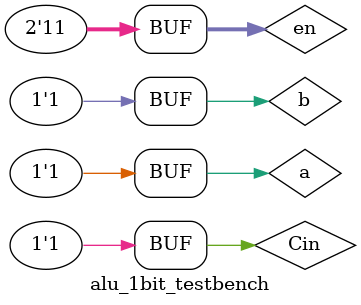
<source format=sv>
/*******************************************************************************
*	Authors:
*		Emraj Sidhu and Nesta Isakovic	
*
*	Description:
*		Very basic alu so far. Can AND a and b, OR a and b, or add a and b. 
*     Subtractor (a - B) still needs to be implemented.  
*
*	Inputs:
*		
*
*	Outputs:
*     
*
*******************************************************************************/

`timescale 10ps/1fs

module alu_1bit (a, b, out, Cin, Cout, en);
	input logic  a;
	input logic  b;
	output logic out;
	input logic Cin;
	output logic Cout;
	input logic [1:0] en;
	
	wire[3:0] w;
	
	not #5 not1 (w[0], a);
	and #5 and1 (w[1], b, a);
	or  #5 or1  (w[2], b, a);
	
	fullAdder_1bit submodule1 (.a, .b, .out(w[3]), .Cin, .Cout);
	mux_4_1  submodule2 (.in(w[3:0]), .sel(en[1:0]), .out);		
endmodule

module alu_1bit_testbench();
 logic a, b, Cin;
 logic out, Cout;
 logic [1:0] en;
 
 alu_1bit dut (.a, .b, .out, .Cin, .Cout, .en);
 
 initial begin
	en[0] = 0; en[1] = 0;
	#100;
	a = 0; b = 0;
	#100;
	b = 1;
	#100;
	a = 1; b = 0;
	#100;
	en [0] = 1;
	#100;
	a = 0; b = 0;
	#100;
	b = 1;
	#100;
	a = 1; b = 0;
	#100;
	b = 1;
	#100;
	en[0] = 0; en[1] = 1;
	#100;
	a = 0; b = 0;
	#100;
	a = 1;
	#100;
	b = 1;
	#100;
	en[0] = 1;
	#100;
	a = 0;
   b = 0;
	Cin = 0;
	#100;
	Cin = 1;
   #100;
	Cin = 0;
	b = 1;
	#100;
	Cin = 1;
	#100;
	b = 0;
	Cin = 0;
	a = 1;
	#100;
	Cin = 1;
	#100;
	Cin = 0;
	b = 1;
	#100;
	Cin = 1;
	#100;	
 end
endmodule
</source>
